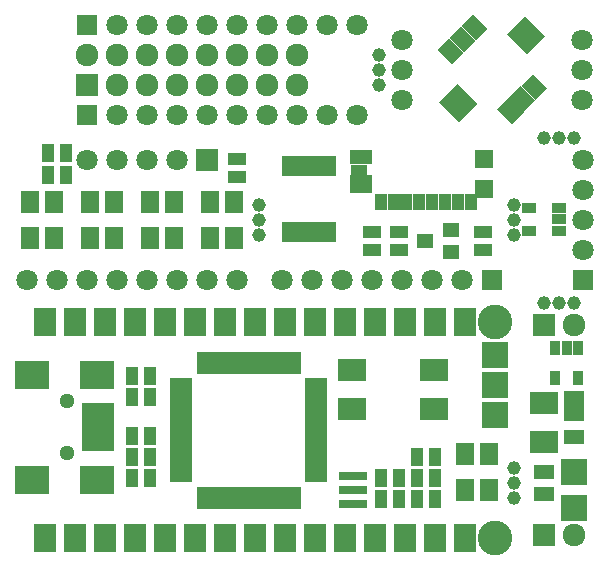
<source format=gts>
G04 (created by PCBNEW (2014-01-10 BZR 4027)-stable) date Thursday, November 27, 2014 'pmt' 01:46:01 pm*
%MOIN*%
G04 Gerber Fmt 3.4, Leading zero omitted, Abs format*
%FSLAX34Y34*%
G01*
G70*
G90*
G04 APERTURE LIST*
%ADD10C,0.00393701*%
%ADD11C,0.115748*%
%ADD12R,0.085748X0.085748*%
%ADD13R,0.075748X0.095748*%
%ADD14R,0.0944882X0.0748031*%
%ADD15R,0.106348X0.035448*%
%ADD16R,0.114148X0.094448*%
%ADD17C,0.051148*%
%ADD18R,0.031748X0.075748*%
%ADD19R,0.075748X0.031748*%
%ADD20R,0.040748X0.060748*%
%ADD21R,0.0944882X0.0314961*%
%ADD22R,0.0629921X0.0748031*%
%ADD23C,0.045748*%
%ADD24R,0.070748X0.070748*%
%ADD25C,0.070748*%
%ADD26R,0.045748X0.035748*%
%ADD27R,0.0314961X0.0708661*%
%ADD28R,0.0433071X0.0551181*%
%ADD29R,0.0610236X0.0629921*%
%ADD30R,0.0728346X0.0629921*%
%ADD31R,0.0551181X0.0433071*%
%ADD32R,0.0728346X0.0511811*%
%ADD33R,0.055148X0.047248*%
%ADD34R,0.060748X0.040748*%
%ADD35R,0.0748031X0.0748031*%
%ADD36R,0.075748X0.075748*%
%ADD37C,0.075748*%
%ADD38R,0.035748X0.045748*%
%ADD39R,0.095748X0.075748*%
%ADD40R,0.070748X0.050748*%
%ADD41R,0.0708661X0.0511811*%
%ADD42R,0.0708661X0.102362*%
G04 APERTURE END LIST*
G54D10*
G54D11*
X86350Y-40350D03*
X86350Y-33150D03*
G54D12*
X86350Y-36250D03*
X86350Y-35250D03*
X86350Y-34250D03*
X86350Y-36250D03*
X86350Y-35250D03*
X86350Y-34250D03*
G54D13*
X75350Y-40350D03*
X74350Y-40350D03*
X73350Y-40350D03*
X72350Y-40350D03*
X71350Y-40350D03*
X80350Y-40350D03*
X79350Y-40350D03*
X78350Y-40350D03*
X77350Y-40350D03*
X76350Y-40350D03*
X85350Y-40350D03*
X84350Y-40350D03*
X83350Y-40350D03*
X82350Y-40350D03*
X81350Y-40350D03*
X81350Y-33150D03*
X82350Y-33150D03*
X83350Y-33150D03*
X84350Y-33150D03*
X85350Y-33150D03*
X76350Y-33150D03*
X77350Y-33150D03*
X78350Y-33150D03*
X79350Y-33150D03*
X80350Y-33150D03*
X71350Y-33150D03*
X72350Y-33150D03*
X73350Y-33150D03*
X74350Y-33150D03*
X75350Y-33150D03*
G54D14*
X84327Y-36050D03*
X81572Y-36050D03*
X81572Y-34750D03*
X84327Y-34750D03*
G54D15*
X73108Y-36020D03*
X73108Y-36335D03*
X73108Y-36650D03*
X73108Y-36965D03*
X73108Y-37280D03*
G54D16*
X73069Y-34898D03*
X70904Y-34898D03*
X73069Y-38402D03*
X70904Y-38402D03*
G54D17*
X72085Y-35784D03*
X72085Y-37516D03*
G54D18*
X78150Y-34500D03*
X77835Y-34500D03*
X77520Y-34500D03*
X77205Y-34500D03*
X76890Y-34500D03*
X76575Y-34500D03*
X78465Y-34500D03*
X78780Y-34500D03*
X79095Y-34500D03*
X79410Y-34500D03*
X79725Y-34500D03*
X78150Y-39000D03*
X77835Y-39000D03*
X77520Y-39000D03*
X77205Y-39000D03*
X76890Y-39000D03*
X76575Y-39000D03*
X78465Y-39000D03*
X78780Y-39000D03*
X79095Y-39000D03*
X79410Y-39000D03*
X79725Y-39000D03*
G54D19*
X75900Y-36750D03*
X80400Y-36750D03*
X75900Y-37065D03*
X80400Y-37065D03*
X80400Y-37380D03*
X75900Y-37380D03*
X75900Y-37695D03*
X80400Y-37695D03*
X80400Y-38010D03*
X75900Y-38010D03*
X75900Y-38325D03*
X80400Y-38325D03*
X80400Y-36435D03*
X75900Y-36435D03*
X75900Y-36120D03*
X80400Y-36120D03*
X80400Y-35805D03*
X75900Y-35805D03*
X75900Y-35490D03*
X80400Y-35490D03*
X80400Y-35175D03*
X75900Y-35175D03*
G54D20*
X83150Y-39050D03*
X82550Y-39050D03*
X84350Y-39050D03*
X83750Y-39050D03*
X82550Y-38350D03*
X83150Y-38350D03*
X74250Y-35650D03*
X74850Y-35650D03*
X74250Y-34950D03*
X74850Y-34950D03*
X74250Y-36950D03*
X74850Y-36950D03*
X74250Y-37650D03*
X74850Y-37650D03*
X74850Y-38350D03*
X74250Y-38350D03*
X84350Y-38350D03*
X83750Y-38350D03*
X84350Y-37650D03*
X83750Y-37650D03*
G54D21*
X81609Y-39226D03*
X81609Y-38753D03*
X81609Y-38281D03*
G54D22*
X86143Y-37559D03*
X85356Y-37559D03*
X85356Y-38740D03*
X86143Y-38740D03*
G54D23*
X87000Y-39000D03*
X87000Y-38500D03*
X87000Y-38000D03*
G54D24*
X89300Y-31750D03*
G54D25*
X89300Y-30750D03*
X89300Y-29750D03*
X89300Y-28750D03*
X89300Y-27750D03*
G54D26*
X88475Y-30100D03*
X88475Y-29350D03*
X87475Y-30100D03*
X88475Y-29725D03*
X87475Y-29350D03*
G54D23*
X88000Y-32500D03*
X88500Y-32500D03*
X89000Y-32500D03*
X87000Y-30250D03*
X87000Y-29750D03*
X87000Y-29250D03*
G54D25*
X83265Y-23735D03*
X83265Y-24735D03*
X83265Y-25735D03*
X89265Y-23735D03*
X89265Y-24735D03*
X89265Y-25735D03*
G54D24*
X86250Y-31755D03*
G54D25*
X85250Y-31755D03*
X84250Y-31755D03*
X83250Y-31755D03*
X82250Y-31755D03*
X81250Y-31755D03*
X80250Y-31755D03*
X79250Y-31755D03*
G54D27*
X79390Y-30155D03*
X79640Y-30155D03*
X79900Y-30155D03*
X80150Y-30155D03*
X80410Y-30155D03*
X80665Y-30155D03*
X80920Y-30155D03*
X80920Y-27955D03*
X80665Y-27955D03*
X80410Y-27955D03*
X80150Y-27955D03*
X79895Y-27955D03*
X79640Y-27955D03*
X79385Y-27955D03*
G54D28*
X83833Y-29139D03*
X83400Y-29139D03*
X82967Y-29139D03*
X82534Y-29139D03*
X84266Y-29139D03*
X84699Y-29139D03*
X85132Y-29139D03*
X85565Y-29139D03*
G54D29*
X85988Y-28725D03*
X85988Y-27706D03*
G54D30*
X81894Y-28552D03*
G54D31*
X81805Y-28099D03*
G54D32*
X81894Y-27647D03*
G54D33*
X84017Y-30455D03*
X84883Y-30080D03*
X84883Y-30830D03*
G54D34*
X82250Y-30755D03*
X82250Y-30155D03*
X85950Y-30155D03*
X85950Y-30755D03*
X83150Y-30755D03*
X83150Y-30155D03*
G54D35*
X76750Y-27750D03*
G54D25*
X77750Y-31750D03*
X76750Y-31750D03*
X75750Y-31750D03*
X74750Y-31750D03*
X73750Y-31750D03*
X72750Y-31750D03*
X71750Y-31750D03*
X70750Y-31750D03*
X75750Y-27750D03*
X74750Y-27750D03*
X73750Y-27750D03*
X72750Y-27750D03*
G54D34*
X77750Y-28300D03*
X77750Y-27700D03*
G54D20*
X71450Y-27500D03*
X72050Y-27500D03*
X71450Y-28250D03*
X72050Y-28250D03*
G54D22*
X70856Y-30340D03*
X71643Y-30340D03*
X71643Y-29159D03*
X70856Y-29159D03*
X72856Y-30340D03*
X73643Y-30340D03*
X73643Y-29159D03*
X72856Y-29159D03*
X74856Y-30340D03*
X75643Y-30340D03*
X75643Y-29159D03*
X74856Y-29159D03*
X76856Y-30340D03*
X77643Y-30340D03*
X77643Y-29159D03*
X76856Y-29159D03*
G54D23*
X88000Y-27000D03*
X88500Y-27000D03*
X89000Y-27000D03*
X78500Y-30250D03*
X78500Y-29750D03*
X78500Y-29250D03*
G54D36*
X87987Y-33262D03*
G54D37*
X88987Y-33262D03*
G54D36*
X87987Y-40262D03*
G54D37*
X88987Y-40262D03*
G54D38*
X89112Y-34012D03*
X88362Y-34012D03*
X89112Y-35012D03*
X88737Y-34012D03*
X88362Y-35012D03*
G54D39*
X87987Y-35862D03*
X87987Y-37162D03*
G54D12*
X88987Y-39362D03*
X88987Y-38162D03*
G54D40*
X87987Y-38887D03*
X87987Y-38137D03*
G54D41*
X88987Y-36965D03*
G54D42*
X88987Y-35961D03*
G54D36*
X72750Y-25250D03*
G54D37*
X72750Y-24250D03*
X73750Y-25250D03*
X73750Y-24250D03*
X74750Y-25250D03*
X74750Y-24250D03*
X75750Y-25250D03*
X75750Y-24250D03*
X76750Y-25250D03*
X76750Y-24250D03*
X77750Y-25250D03*
X77750Y-24250D03*
X78750Y-25250D03*
X78750Y-24250D03*
X79750Y-25250D03*
X79750Y-24250D03*
G54D24*
X72750Y-26250D03*
G54D25*
X73750Y-26250D03*
X74750Y-26250D03*
X75750Y-26250D03*
X76750Y-26250D03*
X77750Y-26250D03*
X78750Y-26250D03*
X79750Y-26250D03*
X80750Y-26250D03*
X81750Y-26250D03*
G54D24*
X72750Y-23250D03*
G54D25*
X73750Y-23250D03*
X74750Y-23250D03*
X75750Y-23250D03*
X76750Y-23250D03*
X77750Y-23250D03*
X78750Y-23250D03*
X79750Y-23250D03*
X80750Y-23250D03*
X81750Y-23250D03*
G54D23*
X82500Y-25250D03*
X82500Y-24750D03*
X82500Y-24250D03*
G54D10*
G36*
X84831Y-23671D02*
X85221Y-23281D01*
X85708Y-23768D01*
X85318Y-24158D01*
X84831Y-23671D01*
X84831Y-23671D01*
G37*
G36*
X86821Y-25661D02*
X87211Y-25271D01*
X87698Y-25758D01*
X87308Y-26148D01*
X86821Y-25661D01*
X86821Y-25661D01*
G37*
G36*
X85228Y-23274D02*
X85617Y-22884D01*
X86104Y-23371D01*
X85715Y-23761D01*
X85228Y-23274D01*
X85228Y-23274D01*
G37*
G36*
X87218Y-25264D02*
X87608Y-24875D01*
X88095Y-25362D01*
X87705Y-25751D01*
X87218Y-25264D01*
X87218Y-25264D01*
G37*
G36*
X84434Y-24067D02*
X84824Y-23678D01*
X85311Y-24165D01*
X84921Y-24554D01*
X84434Y-24067D01*
X84434Y-24067D01*
G37*
G36*
X86425Y-26058D02*
X86814Y-25668D01*
X87301Y-26155D01*
X86912Y-26545D01*
X86425Y-26058D01*
X86425Y-26058D01*
G37*
G36*
X84497Y-25814D02*
X85109Y-25202D01*
X85777Y-25870D01*
X85165Y-26482D01*
X84497Y-25814D01*
X84497Y-25814D01*
G37*
G36*
X86752Y-23559D02*
X87364Y-22947D01*
X88032Y-23615D01*
X87420Y-24227D01*
X86752Y-23559D01*
X86752Y-23559D01*
G37*
M02*

</source>
